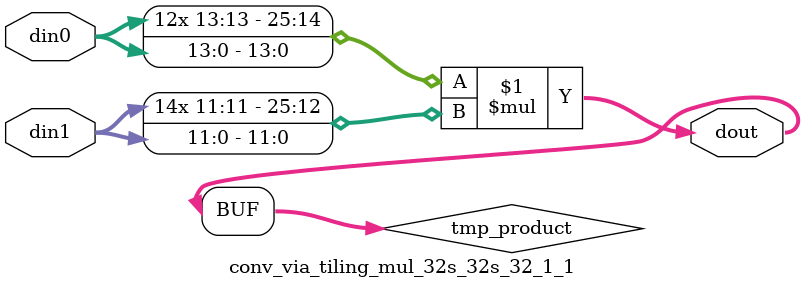
<source format=v>

`timescale 1 ns / 1 ps

 module conv_via_tiling_mul_32s_32s_32_1_1(din0, din1, dout);
parameter ID = 1;
parameter NUM_STAGE = 0;
parameter din0_WIDTH = 14;
parameter din1_WIDTH = 12;
parameter dout_WIDTH = 26;

input [din0_WIDTH - 1 : 0] din0; 
input [din1_WIDTH - 1 : 0] din1; 
output [dout_WIDTH - 1 : 0] dout;

wire signed [dout_WIDTH - 1 : 0] tmp_product;



























assign tmp_product = $signed(din0) * $signed(din1);








assign dout = tmp_product;





















endmodule

</source>
